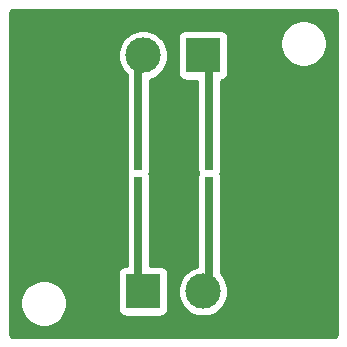
<source format=gbr>
G04 #@! TF.GenerationSoftware,KiCad,Pcbnew,5.1.4-e60b266~84~ubuntu18.04.1*
G04 #@! TF.CreationDate,2019-08-12T18:19:12+05:30*
G04 #@! TF.ProjectId,XHP70.2_breakout,58485037-302e-4325-9f62-7265616b6f75,rev?*
G04 #@! TF.SameCoordinates,Original*
G04 #@! TF.FileFunction,Copper,L1,Top*
G04 #@! TF.FilePolarity,Positive*
%FSLAX46Y46*%
G04 Gerber Fmt 4.6, Leading zero omitted, Abs format (unit mm)*
G04 Created by KiCad (PCBNEW 5.1.4-e60b266~84~ubuntu18.04.1) date 2019-08-12 18:19:12*
%MOMM*%
%LPD*%
G04 APERTURE LIST*
%ADD10R,0.700000X3.130000*%
%ADD11R,3.900000X6.760000*%
%ADD12C,3.000000*%
%ADD13R,3.000000X3.000000*%
%ADD14C,0.800000*%
%ADD15C,0.700000*%
%ADD16C,0.254000*%
G04 APERTURE END LIST*
D10*
X97000000Y-101815000D03*
X103000000Y-98185000D03*
D11*
X100000000Y-100000000D03*
D10*
X103000000Y-101815000D03*
X97000000Y-98185000D03*
D12*
X97409000Y-90000000D03*
D13*
X102489000Y-90000000D03*
X97409000Y-109982000D03*
D12*
X102489000Y-109982000D03*
D14*
X101000000Y-96000000D03*
X100000000Y-96000000D03*
X99000000Y-96000000D03*
X100000000Y-103000000D03*
X100000000Y-97000000D03*
X99000000Y-103000000D03*
X101000000Y-103000000D03*
X101000000Y-97000000D03*
X99000000Y-97000000D03*
X99000000Y-95000000D03*
X100000000Y-95000000D03*
X101000000Y-95000000D03*
X101000000Y-94000000D03*
X100000000Y-94000000D03*
X99000000Y-94000000D03*
X99000000Y-93000000D03*
X100000000Y-93000000D03*
X101000000Y-93000000D03*
X101000000Y-104000000D03*
X100000000Y-104000000D03*
X99000000Y-104000000D03*
X99000000Y-105000000D03*
X100000000Y-105000000D03*
X101000000Y-105000000D03*
X101000000Y-106000000D03*
X100000000Y-106000000D03*
X99000000Y-106000000D03*
X99000000Y-107000000D03*
X100000000Y-107000000D03*
X101000000Y-107000000D03*
X100000000Y-100000000D03*
D15*
X97000000Y-109573000D02*
X97409000Y-109982000D01*
X97000000Y-101815000D02*
X97000000Y-109573000D01*
X103000000Y-90511000D02*
X102489000Y-90000000D01*
X103000000Y-98185000D02*
X103000000Y-90511000D01*
X99000000Y-96000000D02*
X99000000Y-95000000D01*
X101000000Y-95000000D02*
X101000000Y-94000000D01*
X100000000Y-94000000D02*
X99000000Y-94000000D01*
X99000000Y-94000000D02*
X99000000Y-93000000D01*
X100000000Y-93000000D02*
X101000000Y-93000000D01*
X101000000Y-103000000D02*
X101000000Y-104000000D01*
X100000000Y-104000000D02*
X99000000Y-104000000D01*
X99000000Y-105000000D02*
X100000000Y-105000000D01*
X101000000Y-105000000D02*
X101000000Y-106000000D01*
X100000000Y-106000000D02*
X99000000Y-106000000D01*
X99000000Y-106000000D02*
X99000000Y-107000000D01*
X103000000Y-109471000D02*
X102489000Y-109982000D01*
X103000000Y-101815000D02*
X103000000Y-109471000D01*
X97000000Y-90409000D02*
X97409000Y-90000000D01*
X97000000Y-98185000D02*
X97000000Y-90409000D01*
D16*
G36*
X113596257Y-86140769D02*
G01*
X113685955Y-86177923D01*
X113762976Y-86237024D01*
X113822077Y-86314045D01*
X113859231Y-86403743D01*
X113873000Y-86508328D01*
X113873000Y-113491672D01*
X113859231Y-113596257D01*
X113822077Y-113685955D01*
X113762976Y-113762976D01*
X113685955Y-113822077D01*
X113596257Y-113859231D01*
X113491672Y-113873000D01*
X86508328Y-113873000D01*
X86403743Y-113859231D01*
X86314045Y-113822077D01*
X86237024Y-113762976D01*
X86177923Y-113685955D01*
X86140769Y-113596257D01*
X86127000Y-113491672D01*
X86127000Y-110804495D01*
X87015000Y-110804495D01*
X87015000Y-111195505D01*
X87091282Y-111579003D01*
X87240915Y-111940250D01*
X87458149Y-112265364D01*
X87734636Y-112541851D01*
X88059750Y-112759085D01*
X88420997Y-112908718D01*
X88804495Y-112985000D01*
X89195505Y-112985000D01*
X89579003Y-112908718D01*
X89940250Y-112759085D01*
X90265364Y-112541851D01*
X90541851Y-112265364D01*
X90759085Y-111940250D01*
X90908718Y-111579003D01*
X90985000Y-111195505D01*
X90985000Y-110804495D01*
X90908718Y-110420997D01*
X90759085Y-110059750D01*
X90541851Y-109734636D01*
X90265364Y-109458149D01*
X89940250Y-109240915D01*
X89579003Y-109091282D01*
X89195505Y-109015000D01*
X88804495Y-109015000D01*
X88420997Y-109091282D01*
X88059750Y-109240915D01*
X87734636Y-109458149D01*
X87458149Y-109734636D01*
X87240915Y-110059750D01*
X87091282Y-110420997D01*
X87015000Y-110804495D01*
X86127000Y-110804495D01*
X86127000Y-108482000D01*
X95270928Y-108482000D01*
X95270928Y-111482000D01*
X95283188Y-111606482D01*
X95319498Y-111726180D01*
X95378463Y-111836494D01*
X95457815Y-111933185D01*
X95554506Y-112012537D01*
X95664820Y-112071502D01*
X95784518Y-112107812D01*
X95909000Y-112120072D01*
X98909000Y-112120072D01*
X99033482Y-112107812D01*
X99153180Y-112071502D01*
X99263494Y-112012537D01*
X99360185Y-111933185D01*
X99439537Y-111836494D01*
X99498502Y-111726180D01*
X99534812Y-111606482D01*
X99547072Y-111482000D01*
X99547072Y-108482000D01*
X99534812Y-108357518D01*
X99498502Y-108237820D01*
X99439537Y-108127506D01*
X99360185Y-108030815D01*
X99263494Y-107951463D01*
X99153180Y-107892498D01*
X99033482Y-107856188D01*
X98909000Y-107843928D01*
X97985000Y-107843928D01*
X97985000Y-103411192D01*
X97988072Y-103380000D01*
X97988072Y-100250000D01*
X97975812Y-100125518D01*
X97939502Y-100005820D01*
X97936391Y-100000000D01*
X97939502Y-99994180D01*
X97975812Y-99874482D01*
X97988072Y-99750000D01*
X97988072Y-96620000D01*
X97985000Y-96588808D01*
X97985000Y-92062253D01*
X98031756Y-92052953D01*
X98420302Y-91892012D01*
X98769983Y-91658363D01*
X99067363Y-91360983D01*
X99301012Y-91011302D01*
X99461953Y-90622756D01*
X99544000Y-90210279D01*
X99544000Y-89789721D01*
X99461953Y-89377244D01*
X99301012Y-88988698D01*
X99067363Y-88639017D01*
X98928346Y-88500000D01*
X100350928Y-88500000D01*
X100350928Y-91500000D01*
X100363188Y-91624482D01*
X100399498Y-91744180D01*
X100458463Y-91854494D01*
X100537815Y-91951185D01*
X100634506Y-92030537D01*
X100744820Y-92089502D01*
X100864518Y-92125812D01*
X100989000Y-92138072D01*
X102015001Y-92138072D01*
X102015000Y-96588806D01*
X102011928Y-96620000D01*
X102011928Y-99750000D01*
X102024188Y-99874482D01*
X102060498Y-99994180D01*
X102063609Y-100000000D01*
X102060498Y-100005820D01*
X102024188Y-100125518D01*
X102011928Y-100250000D01*
X102011928Y-103380000D01*
X102015000Y-103411194D01*
X102015001Y-107899457D01*
X101866244Y-107929047D01*
X101477698Y-108089988D01*
X101128017Y-108323637D01*
X100830637Y-108621017D01*
X100596988Y-108970698D01*
X100436047Y-109359244D01*
X100354000Y-109771721D01*
X100354000Y-110192279D01*
X100436047Y-110604756D01*
X100596988Y-110993302D01*
X100830637Y-111342983D01*
X101128017Y-111640363D01*
X101477698Y-111874012D01*
X101866244Y-112034953D01*
X102278721Y-112117000D01*
X102699279Y-112117000D01*
X103111756Y-112034953D01*
X103500302Y-111874012D01*
X103849983Y-111640363D01*
X104147363Y-111342983D01*
X104381012Y-110993302D01*
X104541953Y-110604756D01*
X104624000Y-110192279D01*
X104624000Y-109771721D01*
X104541953Y-109359244D01*
X104381012Y-108970698D01*
X104147363Y-108621017D01*
X103985000Y-108458654D01*
X103985000Y-103411192D01*
X103988072Y-103380000D01*
X103988072Y-100250000D01*
X103975812Y-100125518D01*
X103939502Y-100005820D01*
X103936391Y-100000000D01*
X103939502Y-99994180D01*
X103975812Y-99874482D01*
X103988072Y-99750000D01*
X103988072Y-96620000D01*
X103985000Y-96588808D01*
X103985000Y-92138072D01*
X103989000Y-92138072D01*
X104113482Y-92125812D01*
X104233180Y-92089502D01*
X104343494Y-92030537D01*
X104440185Y-91951185D01*
X104519537Y-91854494D01*
X104578502Y-91744180D01*
X104614812Y-91624482D01*
X104627072Y-91500000D01*
X104627072Y-88804495D01*
X109015000Y-88804495D01*
X109015000Y-89195505D01*
X109091282Y-89579003D01*
X109240915Y-89940250D01*
X109458149Y-90265364D01*
X109734636Y-90541851D01*
X110059750Y-90759085D01*
X110420997Y-90908718D01*
X110804495Y-90985000D01*
X111195505Y-90985000D01*
X111579003Y-90908718D01*
X111940250Y-90759085D01*
X112265364Y-90541851D01*
X112541851Y-90265364D01*
X112759085Y-89940250D01*
X112908718Y-89579003D01*
X112985000Y-89195505D01*
X112985000Y-88804495D01*
X112908718Y-88420997D01*
X112759085Y-88059750D01*
X112541851Y-87734636D01*
X112265364Y-87458149D01*
X111940250Y-87240915D01*
X111579003Y-87091282D01*
X111195505Y-87015000D01*
X110804495Y-87015000D01*
X110420997Y-87091282D01*
X110059750Y-87240915D01*
X109734636Y-87458149D01*
X109458149Y-87734636D01*
X109240915Y-88059750D01*
X109091282Y-88420997D01*
X109015000Y-88804495D01*
X104627072Y-88804495D01*
X104627072Y-88500000D01*
X104614812Y-88375518D01*
X104578502Y-88255820D01*
X104519537Y-88145506D01*
X104440185Y-88048815D01*
X104343494Y-87969463D01*
X104233180Y-87910498D01*
X104113482Y-87874188D01*
X103989000Y-87861928D01*
X100989000Y-87861928D01*
X100864518Y-87874188D01*
X100744820Y-87910498D01*
X100634506Y-87969463D01*
X100537815Y-88048815D01*
X100458463Y-88145506D01*
X100399498Y-88255820D01*
X100363188Y-88375518D01*
X100350928Y-88500000D01*
X98928346Y-88500000D01*
X98769983Y-88341637D01*
X98420302Y-88107988D01*
X98031756Y-87947047D01*
X97619279Y-87865000D01*
X97198721Y-87865000D01*
X96786244Y-87947047D01*
X96397698Y-88107988D01*
X96048017Y-88341637D01*
X95750637Y-88639017D01*
X95516988Y-88988698D01*
X95356047Y-89377244D01*
X95274000Y-89789721D01*
X95274000Y-90210279D01*
X95356047Y-90622756D01*
X95516988Y-91011302D01*
X95750637Y-91360983D01*
X96015001Y-91625347D01*
X96015000Y-96588806D01*
X96011928Y-96620000D01*
X96011928Y-99750000D01*
X96024188Y-99874482D01*
X96060498Y-99994180D01*
X96063609Y-100000000D01*
X96060498Y-100005820D01*
X96024188Y-100125518D01*
X96011928Y-100250000D01*
X96011928Y-103380000D01*
X96015000Y-103411194D01*
X96015001Y-107843928D01*
X95909000Y-107843928D01*
X95784518Y-107856188D01*
X95664820Y-107892498D01*
X95554506Y-107951463D01*
X95457815Y-108030815D01*
X95378463Y-108127506D01*
X95319498Y-108237820D01*
X95283188Y-108357518D01*
X95270928Y-108482000D01*
X86127000Y-108482000D01*
X86127000Y-86508328D01*
X86140769Y-86403743D01*
X86177923Y-86314045D01*
X86237024Y-86237024D01*
X86314045Y-86177923D01*
X86403743Y-86140769D01*
X86508328Y-86127000D01*
X113491672Y-86127000D01*
X113596257Y-86140769D01*
X113596257Y-86140769D01*
G37*
X113596257Y-86140769D02*
X113685955Y-86177923D01*
X113762976Y-86237024D01*
X113822077Y-86314045D01*
X113859231Y-86403743D01*
X113873000Y-86508328D01*
X113873000Y-113491672D01*
X113859231Y-113596257D01*
X113822077Y-113685955D01*
X113762976Y-113762976D01*
X113685955Y-113822077D01*
X113596257Y-113859231D01*
X113491672Y-113873000D01*
X86508328Y-113873000D01*
X86403743Y-113859231D01*
X86314045Y-113822077D01*
X86237024Y-113762976D01*
X86177923Y-113685955D01*
X86140769Y-113596257D01*
X86127000Y-113491672D01*
X86127000Y-110804495D01*
X87015000Y-110804495D01*
X87015000Y-111195505D01*
X87091282Y-111579003D01*
X87240915Y-111940250D01*
X87458149Y-112265364D01*
X87734636Y-112541851D01*
X88059750Y-112759085D01*
X88420997Y-112908718D01*
X88804495Y-112985000D01*
X89195505Y-112985000D01*
X89579003Y-112908718D01*
X89940250Y-112759085D01*
X90265364Y-112541851D01*
X90541851Y-112265364D01*
X90759085Y-111940250D01*
X90908718Y-111579003D01*
X90985000Y-111195505D01*
X90985000Y-110804495D01*
X90908718Y-110420997D01*
X90759085Y-110059750D01*
X90541851Y-109734636D01*
X90265364Y-109458149D01*
X89940250Y-109240915D01*
X89579003Y-109091282D01*
X89195505Y-109015000D01*
X88804495Y-109015000D01*
X88420997Y-109091282D01*
X88059750Y-109240915D01*
X87734636Y-109458149D01*
X87458149Y-109734636D01*
X87240915Y-110059750D01*
X87091282Y-110420997D01*
X87015000Y-110804495D01*
X86127000Y-110804495D01*
X86127000Y-108482000D01*
X95270928Y-108482000D01*
X95270928Y-111482000D01*
X95283188Y-111606482D01*
X95319498Y-111726180D01*
X95378463Y-111836494D01*
X95457815Y-111933185D01*
X95554506Y-112012537D01*
X95664820Y-112071502D01*
X95784518Y-112107812D01*
X95909000Y-112120072D01*
X98909000Y-112120072D01*
X99033482Y-112107812D01*
X99153180Y-112071502D01*
X99263494Y-112012537D01*
X99360185Y-111933185D01*
X99439537Y-111836494D01*
X99498502Y-111726180D01*
X99534812Y-111606482D01*
X99547072Y-111482000D01*
X99547072Y-108482000D01*
X99534812Y-108357518D01*
X99498502Y-108237820D01*
X99439537Y-108127506D01*
X99360185Y-108030815D01*
X99263494Y-107951463D01*
X99153180Y-107892498D01*
X99033482Y-107856188D01*
X98909000Y-107843928D01*
X97985000Y-107843928D01*
X97985000Y-103411192D01*
X97988072Y-103380000D01*
X97988072Y-100250000D01*
X97975812Y-100125518D01*
X97939502Y-100005820D01*
X97936391Y-100000000D01*
X97939502Y-99994180D01*
X97975812Y-99874482D01*
X97988072Y-99750000D01*
X97988072Y-96620000D01*
X97985000Y-96588808D01*
X97985000Y-92062253D01*
X98031756Y-92052953D01*
X98420302Y-91892012D01*
X98769983Y-91658363D01*
X99067363Y-91360983D01*
X99301012Y-91011302D01*
X99461953Y-90622756D01*
X99544000Y-90210279D01*
X99544000Y-89789721D01*
X99461953Y-89377244D01*
X99301012Y-88988698D01*
X99067363Y-88639017D01*
X98928346Y-88500000D01*
X100350928Y-88500000D01*
X100350928Y-91500000D01*
X100363188Y-91624482D01*
X100399498Y-91744180D01*
X100458463Y-91854494D01*
X100537815Y-91951185D01*
X100634506Y-92030537D01*
X100744820Y-92089502D01*
X100864518Y-92125812D01*
X100989000Y-92138072D01*
X102015001Y-92138072D01*
X102015000Y-96588806D01*
X102011928Y-96620000D01*
X102011928Y-99750000D01*
X102024188Y-99874482D01*
X102060498Y-99994180D01*
X102063609Y-100000000D01*
X102060498Y-100005820D01*
X102024188Y-100125518D01*
X102011928Y-100250000D01*
X102011928Y-103380000D01*
X102015000Y-103411194D01*
X102015001Y-107899457D01*
X101866244Y-107929047D01*
X101477698Y-108089988D01*
X101128017Y-108323637D01*
X100830637Y-108621017D01*
X100596988Y-108970698D01*
X100436047Y-109359244D01*
X100354000Y-109771721D01*
X100354000Y-110192279D01*
X100436047Y-110604756D01*
X100596988Y-110993302D01*
X100830637Y-111342983D01*
X101128017Y-111640363D01*
X101477698Y-111874012D01*
X101866244Y-112034953D01*
X102278721Y-112117000D01*
X102699279Y-112117000D01*
X103111756Y-112034953D01*
X103500302Y-111874012D01*
X103849983Y-111640363D01*
X104147363Y-111342983D01*
X104381012Y-110993302D01*
X104541953Y-110604756D01*
X104624000Y-110192279D01*
X104624000Y-109771721D01*
X104541953Y-109359244D01*
X104381012Y-108970698D01*
X104147363Y-108621017D01*
X103985000Y-108458654D01*
X103985000Y-103411192D01*
X103988072Y-103380000D01*
X103988072Y-100250000D01*
X103975812Y-100125518D01*
X103939502Y-100005820D01*
X103936391Y-100000000D01*
X103939502Y-99994180D01*
X103975812Y-99874482D01*
X103988072Y-99750000D01*
X103988072Y-96620000D01*
X103985000Y-96588808D01*
X103985000Y-92138072D01*
X103989000Y-92138072D01*
X104113482Y-92125812D01*
X104233180Y-92089502D01*
X104343494Y-92030537D01*
X104440185Y-91951185D01*
X104519537Y-91854494D01*
X104578502Y-91744180D01*
X104614812Y-91624482D01*
X104627072Y-91500000D01*
X104627072Y-88804495D01*
X109015000Y-88804495D01*
X109015000Y-89195505D01*
X109091282Y-89579003D01*
X109240915Y-89940250D01*
X109458149Y-90265364D01*
X109734636Y-90541851D01*
X110059750Y-90759085D01*
X110420997Y-90908718D01*
X110804495Y-90985000D01*
X111195505Y-90985000D01*
X111579003Y-90908718D01*
X111940250Y-90759085D01*
X112265364Y-90541851D01*
X112541851Y-90265364D01*
X112759085Y-89940250D01*
X112908718Y-89579003D01*
X112985000Y-89195505D01*
X112985000Y-88804495D01*
X112908718Y-88420997D01*
X112759085Y-88059750D01*
X112541851Y-87734636D01*
X112265364Y-87458149D01*
X111940250Y-87240915D01*
X111579003Y-87091282D01*
X111195505Y-87015000D01*
X110804495Y-87015000D01*
X110420997Y-87091282D01*
X110059750Y-87240915D01*
X109734636Y-87458149D01*
X109458149Y-87734636D01*
X109240915Y-88059750D01*
X109091282Y-88420997D01*
X109015000Y-88804495D01*
X104627072Y-88804495D01*
X104627072Y-88500000D01*
X104614812Y-88375518D01*
X104578502Y-88255820D01*
X104519537Y-88145506D01*
X104440185Y-88048815D01*
X104343494Y-87969463D01*
X104233180Y-87910498D01*
X104113482Y-87874188D01*
X103989000Y-87861928D01*
X100989000Y-87861928D01*
X100864518Y-87874188D01*
X100744820Y-87910498D01*
X100634506Y-87969463D01*
X100537815Y-88048815D01*
X100458463Y-88145506D01*
X100399498Y-88255820D01*
X100363188Y-88375518D01*
X100350928Y-88500000D01*
X98928346Y-88500000D01*
X98769983Y-88341637D01*
X98420302Y-88107988D01*
X98031756Y-87947047D01*
X97619279Y-87865000D01*
X97198721Y-87865000D01*
X96786244Y-87947047D01*
X96397698Y-88107988D01*
X96048017Y-88341637D01*
X95750637Y-88639017D01*
X95516988Y-88988698D01*
X95356047Y-89377244D01*
X95274000Y-89789721D01*
X95274000Y-90210279D01*
X95356047Y-90622756D01*
X95516988Y-91011302D01*
X95750637Y-91360983D01*
X96015001Y-91625347D01*
X96015000Y-96588806D01*
X96011928Y-96620000D01*
X96011928Y-99750000D01*
X96024188Y-99874482D01*
X96060498Y-99994180D01*
X96063609Y-100000000D01*
X96060498Y-100005820D01*
X96024188Y-100125518D01*
X96011928Y-100250000D01*
X96011928Y-103380000D01*
X96015000Y-103411194D01*
X96015001Y-107843928D01*
X95909000Y-107843928D01*
X95784518Y-107856188D01*
X95664820Y-107892498D01*
X95554506Y-107951463D01*
X95457815Y-108030815D01*
X95378463Y-108127506D01*
X95319498Y-108237820D01*
X95283188Y-108357518D01*
X95270928Y-108482000D01*
X86127000Y-108482000D01*
X86127000Y-86508328D01*
X86140769Y-86403743D01*
X86177923Y-86314045D01*
X86237024Y-86237024D01*
X86314045Y-86177923D01*
X86403743Y-86140769D01*
X86508328Y-86127000D01*
X113491672Y-86127000D01*
X113596257Y-86140769D01*
M02*

</source>
